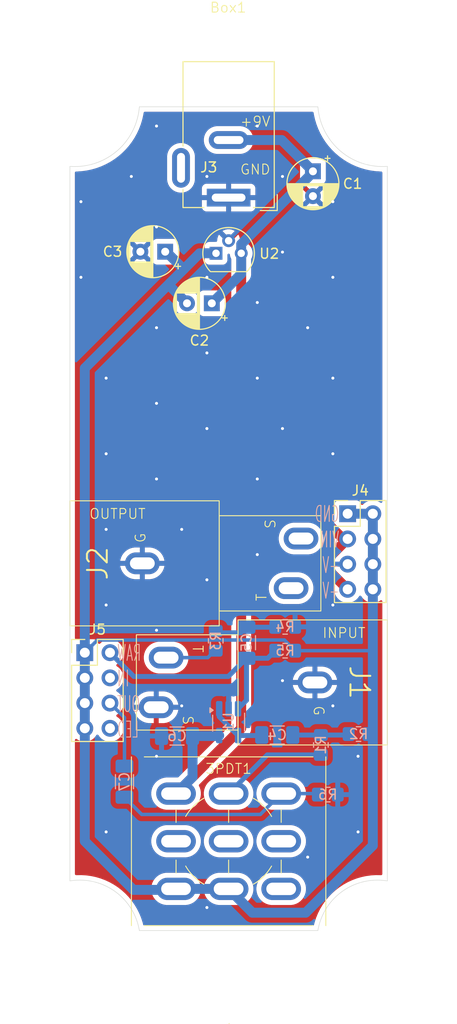
<source format=kicad_pcb>
(kicad_pcb (version 20240108) (generator "pcbnew") (generator_version "8.0")
  (layers (0 "F.Cu" jumper) (1 "In1.Cu" signal) (2 "In2.Cu" signal) (31 "B.Cu" signal) (34 "B.Paste" user) (35 "F.Paste" user) (36 "B.SilkS" user "B.Silkscreen") (37 "F.SilkS" user "F.Silkscreen") (38 "B.Mask" user) (39 "F.Mask" user) (44 "Edge.Cuts" user))
  (net 0 "")
  (net 1 "Net-(U1--)")
  (net 2 "Net-(C4-Pad2)")
  (net 3 "+V")
  (net 4 "-V")
  (net 5 "LED")
  (net 6 "Net-(J5-Pin_6)")
  (net 7 "GNDREF")
  (net 8 "IN^{RAW}")
  (net 9 "OUT^{RAW}")
  (net 10 "BUFFERED")
  (net 11 "IN^{EFF}")
  (net 12 "OUT^{EFF}")
  (net 13 "IN")
  (net 14 "Net-(C5-Pad1)")
  (footprint "Capacitor_THT:CP_Radial_D5.0mm_P2.50mm" (layer "F.Cu") (at 93.605113 72.6 180)
    (property "Reference" "C3" (at 5.305113 0 0) (layer "F.SilkS"))
    (property "Value" "10uF")
    (pad "1" thru_hole rect (at 0 0 180) (size 1.6 1.6) (drill 0.8) (layers "*.Cu" "*.Mask" "In3.Cu" "In4.Cu" "In5.Cu" "In6.Cu" "In7.Cu" "In8.Cu" "In9.Cu" "In10.Cu" "In11.Cu" "In12.Cu" "In13.Cu" "In14.Cu" "In15.Cu" "In16.Cu" "In17.Cu" "In18.Cu" "In19.Cu" "In20.Cu" "In21.Cu" "In22.Cu" "In23.Cu" "In24.Cu" "In25.Cu" "In26.Cu" "In27.Cu" "In28.Cu" "In29.Cu" "In30.Cu") (net 7 "GNDREF"))
    (pad "2" thru_hole circle (at 2.5 0 180) (size 1.6 1.6) (drill 0.8) (layers "*.Cu" "*.Mask" "In3.Cu" "In4.Cu" "In5.Cu" "In6.Cu" "In7.Cu" "In8.Cu" "In9.Cu" "In10.Cu" "In11.Cu" "In12.Cu" "In13.Cu" "In14.Cu" "In15.Cu" "In16.Cu" "In17.Cu" "In18.Cu" "In19.Cu" "In20.Cu" "In21.Cu" "In22.Cu" "In23.Cu" "In24.Cu" "In25.Cu" "In26.Cu" "In27.Cu" "In28.Cu" "In29.Cu" "In30.Cu") (net 4 "-V"))
  )
  (footprint "Connector_PinHeader_2.54mm:PinHeader_2x04_P2.54mm_Vertical" (layer "F.Cu") (at 112 99)
    (property "Reference" "J4" (at 1.27 -2.33 0) (layer "F.SilkS"))
    (property "Value" "Conn_02x04_Odd_Even")
    (pad "1" thru_hole rect (at 0 0) (size 1.7 1.7) (drill 1) (layers "*.Cu" "*.Mask" "In3.Cu" "In4.Cu" "In5.Cu" "In6.Cu" "In7.Cu" "In8.Cu" "In9.Cu" "In10.Cu" "In11.Cu" "In12.Cu" "In13.Cu" "In14.Cu" "In15.Cu" "In16.Cu" "In17.Cu" "In18.Cu" "In19.Cu" "In20.Cu" "In21.Cu" "In22.Cu" "In23.Cu" "In24.Cu" "In25.Cu" "In26.Cu" "In27.Cu" "In28.Cu" "In29.Cu" "In30.Cu") (net 7 "GNDREF"))
    (pad "2" thru_hole oval (at 2.54 0) (size 1.7 1.7) (drill 1) (layers "*.Cu" "*.Mask" "In3.Cu" "In4.Cu" "In5.Cu" "In6.Cu" "In7.Cu" "In8.Cu" "In9.Cu" "In10.Cu" "In11.Cu" "In12.Cu" "In13.Cu" "In14.Cu" "In15.Cu" "In16.Cu" "In17.Cu" "In18.Cu" "In19.Cu" "In20.Cu" "In21.Cu" "In22.Cu" "In23.Cu" "In24.Cu" "In25.Cu" "In26.Cu" "In27.Cu" "In28.Cu" "In29.Cu" "In30.Cu") (net 7 "GNDREF"))
    (pad "3" thru_hole oval (at 0 2.54) (size 1.7 1.7) (drill 1) (layers "*.Cu" "*.Mask" "In3.Cu" "In4.Cu" "In5.Cu" "In6.Cu" "In7.Cu" "In8.Cu" "In9.Cu" "In10.Cu" "In11.Cu" "In12.Cu" "In13.Cu" "In14.Cu" "In15.Cu" "In16.Cu" "In17.Cu" "In18.Cu" "In19.Cu" "In20.Cu" "In21.Cu" "In22.Cu" "In23.Cu" "In24.Cu" "In25.Cu" "In26.Cu" "In27.Cu" "In28.Cu" "In29.Cu" "In30.Cu") (net 3 "+V"))
    (pad "4" thru_hole oval (at 2.54 2.54) (size 1.7 1.7) (drill 1) (layers "*.Cu" "*.Mask" "In3.Cu" "In4.Cu" "In5.Cu" "In6.Cu" "In7.Cu" "In8.Cu" "In9.Cu" "In10.Cu" "In11.Cu" "In12.Cu" "In13.Cu" "In14.Cu" "In15.Cu" "In16.Cu" "In17.Cu" "In18.Cu" "In19.Cu" "In20.Cu" "In21.Cu" "In22.Cu" "In23.Cu" "In24.Cu" "In25.Cu" "In26.Cu" "In27.Cu" "In28.Cu" "In29.Cu" "In30.Cu") (net 7 "GNDREF"))
    (pad "5" thru_hole oval (at 0 5.08) (size 1.7 1.7) (drill 1) (layers "*.Cu" "*.Mask" "In3.Cu" "In4.Cu" "In5.Cu" "In6.Cu" "In7.Cu" "In8.Cu" "In9.Cu" "In10.Cu" "In11.Cu" "In12.Cu" "In13.Cu" "In14.Cu" "In15.Cu" "In16.Cu" "In17.Cu" "In18.Cu" "In19.Cu" "In20.Cu" "In21.Cu" "In22.Cu" "In23.Cu" "In24.Cu" "In25.Cu" "In26.Cu" "In27.Cu" "In28.Cu" "In29.Cu" "In30.Cu") (net 4 "-V"))
    (pad "6" thru_hole oval (at 2.54 5.08) (size 1.7 1.7) (drill 1) (layers "*.Cu" "*.Mask" "In3.Cu" "In4.Cu" "In5.Cu" "In6.Cu" "In7.Cu" "In8.Cu" "In9.Cu" "In10.Cu" "In11.Cu" "In12.Cu" "In13.Cu" "In14.Cu" "In15.Cu" "In16.Cu" "In17.Cu" "In18.Cu" "In19.Cu" "In20.Cu" "In21.Cu" "In22.Cu" "In23.Cu" "In24.Cu" "In25.Cu" "In26.Cu" "In27.Cu" "In28.Cu" "In29.Cu" "In30.Cu") (net 7 "GNDREF"))
    (pad "7" thru_hole oval (at 0 7.62) (size 1.7 1.7) (drill 1) (layers "*.Cu" "*.Mask" "In3.Cu" "In4.Cu" "In5.Cu" "In6.Cu" "In7.Cu" "In8.Cu" "In9.Cu" "In10.Cu" "In11.Cu" "In12.Cu" "In13.Cu" "In14.Cu" "In15.Cu" "In16.Cu" "In17.Cu" "In18.Cu" "In19.Cu" "In20.Cu" "In21.Cu" "In22.Cu" "In23.Cu" "In24.Cu" "In25.Cu" "In26.Cu" "In27.Cu" "In28.Cu" "In29.Cu" "In30.Cu") (net 3 "+V"))
    (pad "8" thru_hole oval (at 2.54 7.62) (size 1.7 1.7) (drill 1) (layers "*.Cu" "*.Mask" "In3.Cu" "In4.Cu" "In5.Cu" "In6.Cu" "In7.Cu" "In8.Cu" "In9.Cu" "In10.Cu" "In11.Cu" "In12.Cu" "In13.Cu" "In14.Cu" "In15.Cu" "In16.Cu" "In17.Cu" "In18.Cu" "In19.Cu" "In20.Cu" "In21.Cu" "In22.Cu" "In23.Cu" "In24.Cu" "In25.Cu" "In26.Cu" "In27.Cu" "In28.Cu" "In29.Cu" "In30.Cu") (net 7 "GNDREF"))
  )
  (footprint "Package_TO_SOT_THT:TO-92" (layer "F.Cu") (at 98.73 72.76)
    (property "Reference" "U2" (at 5.37 0.04 0) (layer "F.SilkS"))
    (property "Value" "TLE2426xLP")
    (pad "1" thru_hole rect (at 0 0) (size 1.3 1.3) (drill 0.75) (layers "*.Cu" "*.Mask" "In3.Cu" "In4.Cu" "In5.Cu" "In6.Cu" "In7.Cu" "In8.Cu" "In9.Cu" "In10.Cu" "In11.Cu" "In12.Cu" "In13.Cu" "In14.Cu" "In15.Cu" "In16.Cu" "In17.Cu" "In18.Cu" "In19.Cu" "In20.Cu" "In21.Cu" "In22.Cu" "In23.Cu" "In24.Cu" "In25.Cu" "In26.Cu" "In27.Cu" "In28.Cu" "In29.Cu" "In30.Cu") (net 7 "GNDREF"))
    (pad "2" thru_hole circle (at 1.27 -1.27) (size 1.3 1.3) (drill 0.75) (layers "*.Cu" "*.Mask" "In3.Cu" "In4.Cu" "In5.Cu" "In6.Cu" "In7.Cu" "In8.Cu" "In9.Cu" "In10.Cu" "In11.Cu" "In12.Cu" "In13.Cu" "In14.Cu" "In15.Cu" "In16.Cu" "In17.Cu" "In18.Cu" "In19.Cu" "In20.Cu" "In21.Cu" "In22.Cu" "In23.Cu" "In24.Cu" "In25.Cu" "In26.Cu" "In27.Cu" "In28.Cu" "In29.Cu" "In30.Cu") (net 4 "-V"))
    (pad "3" thru_hole circle (at 2.54 0) (size 1.3 1.3) (drill 0.75) (layers "*.Cu" "*.Mask" "In3.Cu" "In4.Cu" "In5.Cu" "In6.Cu" "In7.Cu" "In8.Cu" "In9.Cu" "In10.Cu" "In11.Cu" "In12.Cu" "In13.Cu" "In14.Cu" "In15.Cu" "In16.Cu" "In17.Cu" "In18.Cu" "In19.Cu" "In20.Cu" "In21.Cu" "In22.Cu" "In23.Cu" "In24.Cu" "In25.Cu" "In26.Cu" "In27.Cu" "In28.Cu" "In29.Cu" "In30.Cu") (net 3 "+V"))
  )
  (footprint "Capacitor_THT:CP_Radial_D5.0mm_P2.50mm" (layer "F.Cu") (at 98.305113 77.8 180)
    (property "Reference" "C2" (at 1.25 -3.75 0) (layer "F.SilkS"))
    (property "Value" "10uF")
    (pad "1" thru_hole rect (at 0 0 180) (size 1.6 1.6) (drill 0.8) (layers "*.Cu" "*.Mask" "In3.Cu" "In4.Cu" "In5.Cu" "In6.Cu" "In7.Cu" "In8.Cu" "In9.Cu" "In10.Cu" "In11.Cu" "In12.Cu" "In13.Cu" "In14.Cu" "In15.Cu" "In16.Cu" "In17.Cu" "In18.Cu" "In19.Cu" "In20.Cu" "In21.Cu" "In22.Cu" "In23.Cu" "In24.Cu" "In25.Cu" "In26.Cu" "In27.Cu" "In28.Cu" "In29.Cu" "In30.Cu") (net 3 "+V"))
    (pad "2" thru_hole circle (at 2.5 0 180) (size 1.6 1.6) (drill 0.8) (layers "*.Cu" "*.Mask" "In3.Cu" "In4.Cu" "In5.Cu" "In6.Cu" "In7.Cu" "In8.Cu" "In9.Cu" "In10.Cu" "In11.Cu" "In12.Cu" "In13.Cu" "In14.Cu" "In15.Cu" "In16.Cu" "In17.Cu" "In18.Cu" "In19.Cu" "In20.Cu" "In21.Cu" "In22.Cu" "In23.Cu" "In24.Cu" "In25.Cu" "In26.Cu" "In27.Cu" "In28.Cu" "In29.Cu" "In30.Cu") (net 7 "GNDREF"))
  )
  (footprint "Mylib:1590A" (layer "F.Cu") (at 100 100)
    (property "Reference" "Box1" (at -0.05 -52 0) (layer "F.SilkS") (effects (font (thickness 0.1))))
    (property "Value" "1590A")
  )
  (footprint "Capacitor_THT:CP_Radial_D5.0mm_P2.50mm" (layer "F.Cu") (at 108.5 64.5 -90)
    (property "Reference" "C1" (at 1.25 -4 180) (layer "F.SilkS"))
    (property "Value" "47uF")
    (pad "1" thru_hole rect (at 0 0 270) (size 1.6 1.6) (drill 0.8) (layers "*.Cu" "*.Mask" "In3.Cu" "In4.Cu" "In5.Cu" "In6.Cu" "In7.Cu" "In8.Cu" "In9.Cu" "In10.Cu" "In11.Cu" "In12.Cu" "In13.Cu" "In14.Cu" "In15.Cu" "In16.Cu" "In17.Cu" "In18.Cu" "In19.Cu" "In20.Cu" "In21.Cu" "In22.Cu" "In23.Cu" "In24.Cu" "In25.Cu" "In26.Cu" "In27.Cu" "In28.Cu" "In29.Cu" "In30.Cu") (net 3 "+V"))
    (pad "2" thru_hole circle (at 2.5 0 270) (size 1.6 1.6) (drill 0.8) (layers "*.Cu" "*.Mask" "In3.Cu" "In4.Cu" "In5.Cu" "In6.Cu" "In7.Cu" "In8.Cu" "In9.Cu" "In10.Cu" "In11.Cu" "In12.Cu" "In13.Cu" "In14.Cu" "In15.Cu" "In16.Cu" "In17.Cu" "In18.Cu" "In19.Cu" "In20.Cu" "In21.Cu" "In22.Cu" "In23.Cu" "In24.Cu" "In25.Cu" "In26.Cu" "In27.Cu" "In28.Cu" "In29.Cu" "In30.Cu") (net 4 "-V"))
  )
  (footprint "Mylib:3PDT-Stomp-Switch" (layer "F.Cu") (at 100 132)
    (property "Reference" "3PDT1" (at 0 -7.3 0) (layer "F.SilkS") (effects (font (thickness 0.1))))
    (property "Value" "3PDT")
    (pad "1" thru_hole oval (at -5.3 -4.8) (size 4 2.25) (drill oval 3 1.25) (layers "*.Cu" "*.Mask" "In3.Cu" "In4.Cu" "In5.Cu" "In6.Cu" "In7.Cu" "In8.Cu" "In9.Cu" "In10.Cu" "In11.Cu" "In12.Cu" "In13.Cu" "In14.Cu" "In15.Cu" "In16.Cu" "In17.Cu" "In18.Cu" "In19.Cu" "In20.Cu" "In21.Cu" "In22.Cu" "In23.Cu" "In24.Cu" "In25.Cu" "In26.Cu" "In27.Cu" "In28.Cu" "In29.Cu" "In30.Cu") (net 3 "+V"))
    (pad "2" thru_hole oval (at -5.3 0) (size 4 2.25) (drill oval 3 1.25) (layers "*.Cu" "*.Mask" "In3.Cu" "In4.Cu" "In5.Cu" "In6.Cu" "In7.Cu" "In8.Cu" "In9.Cu" "In10.Cu" "In11.Cu" "In12.Cu" "In13.Cu" "In14.Cu" "In15.Cu" "In16.Cu" "In17.Cu" "In18.Cu" "In19.Cu" "In20.Cu" "In21.Cu" "In22.Cu" "In23.Cu" "In24.Cu" "In25.Cu" "In26.Cu" "In27.Cu" "In28.Cu" "In29.Cu" "In30.Cu") (net 5 "LED"))
    (pad "3" thru_hole oval (at -5.3 4.8) (size 4 2.25) (drill oval 3 1.25) (layers "*.Cu" "*.Mask" "In3.Cu" "In4.Cu" "In5.Cu" "In6.Cu" "In7.Cu" "In8.Cu" "In9.Cu" "In10.Cu" "In11.Cu" "In12.Cu" "In13.Cu" "In14.Cu" "In15.Cu" "In16.Cu" "In17.Cu" "In18.Cu" "In19.Cu" "In20.Cu" "In21.Cu" "In22.Cu" "In23.Cu" "In24.Cu" "In25.Cu" "In26.Cu" "In27.Cu" "In28.Cu" "In29.Cu" "In30.Cu") (net 7 "GNDREF"))
    (pad "4" thru_hole oval (at 0 -4.8) (size 4 2.25) (drill oval 3 1.25) (layers "*.Cu" "*.Mask" "In3.Cu" "In4.Cu" "In5.Cu" "In6.Cu" "In7.Cu" "In8.Cu" "In9.Cu" "In10.Cu" "In11.Cu" "In12.Cu" "In13.Cu" "In14.Cu" "In15.Cu" "In16.Cu" "In17.Cu" "In18.Cu" "In19.Cu" "In20.Cu" "In21.Cu" "In22.Cu" "In23.Cu" "In24.Cu" "In25.Cu" "In26.Cu" "In27.Cu" "In28.Cu" "In29.Cu" "In30.Cu") (net 10 "BUFFERED"))
    (pad "5" thru_hole oval (at 0 0) (size 4 2.25) (drill oval 3 1.25) (layers "*.Cu" "*.Mask" "In3.Cu" "In4.Cu" "In5.Cu" "In6.Cu" "In7.Cu" "In8.Cu" "In9.Cu" "In10.Cu" "In11.Cu" "In12.Cu" "In13.Cu" "In14.Cu" "In15.Cu" "In16.Cu" "In17.Cu" "In18.Cu" "In19.Cu" "In20.Cu" "In21.Cu" "In22.Cu" "In23.Cu" "In24.Cu" "In25.Cu" "In26.Cu" "In27.Cu" "In28.Cu" "In29.Cu" "In30.Cu") (net 11 "IN^{EFF}"))
    (pad "6" thru_hole oval (at 0 4.8) (size 4 2.25) (drill oval 3 1.25) (layers "*.Cu" "*.Mask" "In3.Cu" "In4.Cu" "In5.Cu" "In6.Cu" "In7.Cu" "In8.Cu" "In9.Cu" "In10.Cu" "In11.Cu" "In12.Cu" "In13.Cu" "In14.Cu" "In15.Cu" "In16.Cu" "In17.Cu" "In18.Cu" "In19.Cu" "In20.Cu" "In21.Cu" "In22.Cu" "In23.Cu" "In24.Cu" "In25.Cu" "In26.Cu" "In27.Cu" "In28.Cu" "In29.Cu" "In30.Cu") (net 7 "GNDREF"))
    (pad "7" thru_hole oval (at 5.3 -4.8) (size 4 2.25) (drill oval 3 1.25) (layers "*.Cu" "*.Mask" "In3.Cu" "In4.Cu" "In5.Cu" "In6.Cu" "In7.Cu" "In8.Cu" "In9.Cu" "In10.Cu" "In11.Cu" "In12.Cu" "In13.Cu" "In14.Cu" "In15.Cu" "In16.Cu" "In17.Cu" "In18.Cu" "In19.Cu" "In20.Cu" "In21.Cu" "In22.Cu" "In23.Cu" "In24.Cu" "In25.Cu" "In26.Cu" "In27.Cu" "In28.Cu" "In29.Cu" "In30.Cu") (net 12 "OUT^{EFF}"))
    (pad "8" thru_hole oval (at 5.3 0) (size 4 2.25) (drill oval 3 1.25) (layers "*.Cu" "*.Mask" "In3.Cu" "In4.Cu" "In5.Cu" "In6.Cu" "In7.Cu" "In8.Cu" "In9.Cu" "In10.Cu" "In11.Cu" "In12.Cu" "In13.Cu" "In14.Cu" "In15.Cu" "In16.Cu" "In17.Cu" "In18.Cu" "In19.Cu" "In20.Cu" "In21.Cu" "In22.Cu" "In23.Cu" "In24.Cu" "In25.Cu" "In26.Cu" "In27.Cu" "In28.Cu" "In29.Cu" "In30.Cu") (net 9 "OUT^{RAW}"))
    (pad "9" thru_hole oval (at 5.3 4.8) (size 4 2.25) (drill oval 3 1.25) (layers "*.Cu" "*.Mask" "In3.Cu" "In4.Cu" "In5.Cu" "In6.Cu" "In7.Cu" "In8.Cu" "In9.Cu" "In10.Cu" "In11.Cu" "In12.Cu" "In13.Cu" "In14.Cu" "In15.Cu" "In16.Cu" "In17.Cu" "In18.Cu" "In19.Cu" "In20.Cu" "In21.Cu" "In22.Cu" "In23.Cu" "In24.Cu" "In25.Cu" "In26.Cu" "In27.Cu" "In28.Cu" "In29.Cu" "In30.Cu") (net 8 "IN^{RAW}"))
  )
  (footprint "Connector_PinHeader_2.54mm:PinHeader_2x04_P2.54mm_Vertical" (layer "F.Cu") (at 85.5 113)
    (property "Reference" "J5" (at 1.27 -2.33 0) (layer "F.SilkS"))
    (property "Value" "Conn_02x04_Odd_Even")
    (pad "1" thru_hole rect (at 0 0) (size 1.7 1.7) (drill 1) (layers "*.Cu" "*.Mask" "In3.Cu" "In4.Cu" "In5.Cu" "In6.Cu" "In7.Cu" "In8.Cu" "In9.Cu" "In10.Cu" "In11.Cu" "In12.Cu" "In13.Cu" "In14.Cu" "In15.Cu" "In16.Cu" "In17.Cu" "In18.Cu" "In19.Cu" "In20.Cu" "In21.Cu" "In22.Cu" "In23.Cu" "In24.Cu" "In25.Cu" "In26.Cu" "In27.Cu" "In28.Cu" "In29.Cu" "In30.Cu") (net 7 "GNDREF"))
    (pad "2" thru_hole oval (at 2.54 0) (size 1.7 1.7) (drill 1) (layers "*.Cu" "*.Mask" "In3.Cu" "In4.Cu" "In5.Cu" "In6.Cu" "In7.Cu" "In8.Cu" "In9.Cu" "In10.Cu" "In11.Cu" "In12.Cu" "In13.Cu" "In14.Cu" "In15.Cu" "In16.Cu" "In17.Cu" "In18.Cu" "In19.Cu" "In20.Cu" "In21.Cu" "In22.Cu" "In23.Cu" "In24.Cu" "In25.Cu" "In26.Cu" "In27.Cu" "In28.Cu" "In29.Cu" "In30.Cu") (net 13 "IN"))
    (pad "3" thru_hole oval (at 0 2.54) (size 1.7 1.7) (drill 1) (layers "*.Cu" "*.Mask" "In3.Cu" "In4.Cu" "In5.Cu" "In6.Cu" "In7.Cu" "In8.Cu" "In9.Cu" "In10.Cu" "In11.Cu" "In12.Cu" "In13.Cu" "In14.Cu" "In15.Cu" "In16.Cu" "In17.Cu" "In18.Cu" "In19.Cu" "In20.Cu" "In21.Cu" "In22.Cu" "In23.Cu" "In24.Cu" "In25.Cu" "In26.Cu" "In27.Cu" "In28.Cu" "In29.Cu" "In30.Cu") (net 7 "GNDREF"))
    (pad "4" thru_hole oval (at 2.54 2.54) (size 1.7 1.7) (drill 1) (layers "*.Cu" "*.Mask" "In3.Cu" "In4.Cu" "In5.Cu" "In6.Cu" "In7.Cu" "In8.Cu" "In9.Cu" "In10.Cu" "In11.Cu" "In12.Cu" "In13.Cu" "In14.Cu" "In15.Cu" "In16.Cu" "In17.Cu" "In18.Cu" "In19.Cu" "In20.Cu" "In21.Cu" "In22.Cu" "In23.Cu" "In24.Cu" "In25.Cu" "In26.Cu" "In27.Cu" "In28.Cu" "In29.Cu" "In30.Cu") (net 11 "IN^{EFF}"))
    (pad "5" thru_hole oval (at 0 5.08) (size 1.7 1.7) (drill 1) (layers "*.Cu" "*.Mask" "In3.Cu" "In4.Cu" "In5.Cu" "In6.Cu" "In7.Cu" "In8.Cu" "In9.Cu" "In10.Cu" "In11.Cu" "In12.Cu" "In13.Cu" "In14.Cu" "In15.Cu" "In16.Cu" "In17.Cu" "In18.Cu" "In19.Cu" "In20.Cu" "In21.Cu" "In22.Cu" "In23.Cu" "In24.Cu" "In25.Cu" "In26.Cu" "In27.Cu" "In28.Cu" "In29.Cu" "In30.Cu") (net 7 "GNDREF"))
    (pad "6" thru_hole oval (at 2.54 5.08) (size 1.7 1.7) (drill 1) (layers "*.Cu" "*.Mask" "In3.Cu" "In4.Cu" "In5.Cu" "In6.Cu" "In7.Cu" "In8.Cu" "In9.Cu" "In10.Cu" "In11.Cu" "In12.Cu" "In13.Cu" "In14.Cu" "In15.Cu" "In16.Cu" "In17.Cu" "In18.Cu" "In19.Cu" "In20.Cu" "In21.Cu" "In22.Cu" "In23.Cu" "In24.Cu" "In25.Cu" "In26.Cu" "In27.Cu" "In28.Cu" "In29.Cu" "In30.Cu") (net 6 "Net-(J5-Pin_6)"))
    (pad "7" thru_hole oval (at 0 7.62) (size 1.7 1.7) (drill 1) (layers "*.Cu" "*.Mask" "In3.Cu" "In4.Cu" "In5.Cu" "In6.Cu" "In7.Cu" "In8.Cu" "In9.Cu" "In10.Cu" "In11.Cu" "In12.Cu" "In13.Cu" "In14.Cu" "In15.Cu" "In16.Cu" "In17.Cu" "In18.Cu" "In19.Cu" "In20.Cu" "In21.Cu" "In22.Cu" "In23.Cu" "In24.Cu" "In25.Cu" "In26.Cu" "In27.Cu" "In28.Cu" "In29.Cu" "In30.Cu") (net 7 "GNDREF"))
    (pad "8" thru_hole oval (at 2.54 7.62) (size 1.7 1.7) (drill 1) (layers "*.Cu" "*.Mask" "In3.Cu" "In4.Cu" "In5.Cu" "In6.Cu" "In7.Cu" "In8.Cu" "In9.Cu" "In10.Cu" "In11.Cu" "In12.Cu" "In13.Cu" "In14.Cu" "In15.Cu" "In16.Cu" "In17.Cu" "In18.Cu" "In19.Cu" "In20.Cu" "In21.Cu" "In22.Cu" "In23.Cu" "In24.Cu" "In25.Cu" "In26.Cu" "In27.Cu" "In28.Cu" "In29.Cu" "In30.Cu") (net 5 "LED"))
  )
  (footprint "Mylib:CK-6.35" (layer "F.Cu") (at 103.2 116 180)
    (property "Reference" "J1" (at -10 0 -90) (layer "F.SilkS") (effects (font (size 2 2) (thickness 0.2))))
    (property "Value" "AudioJack2_Ground")
    (fp_text user "G" (at -5.3 -2.275 -90) (layer "F.SilkS") (effects (font (thickness 0.1)) (justify left bottom)))
    (fp_text user "T" (at 6.9 3.825 -90) (layer "F.SilkS") (effects (font (thickness 0.1)) (justify left bottom)))
    (fp_text user "S" (at 7.9 -3.275 -90) (layer "F.SilkS") (effects (font (thickness 0.1)) (justify left bottom)))
    (pad "G" thru_hole oval (at -5.5 0 180) (size 3.5 2.2) (drill oval 2.5 1.2) (layers "*.Cu" "*.Mask" "In3.Cu" "In4.Cu" "In5.Cu" "In6.Cu" "In7.Cu" "In8.Cu" "In9.Cu" "In10.Cu" "In11.Cu" "In12.Cu" "In13.Cu" "In14.Cu" "In15.Cu" "In16.Cu" "In17.Cu" "In18.Cu" "In19.Cu" "In20.Cu" "In21.Cu" "In22.Cu" "In23.Cu" "In24.Cu" "In25.Cu" "In26.Cu" "In27.Cu" "In28.Cu" "In29.Cu" "In30.Cu") (net 4 "-V"))
    (pad "S" thru_hole oval (at 10.5 -2.5 180) (size 3.5 2.2) (drill oval 2.5 1.2) (layers "*.Cu" "*.Mask" "In3.Cu" "In4.Cu" "In5.Cu" "In6.Cu" "In7.Cu" "In8.Cu" "In9.Cu" "In10.Cu" "In11.Cu" "In12.Cu" "In13.Cu" "In14.Cu" "In15.Cu" "In16.Cu" "In17.Cu" "In18.Cu" "In19.Cu" "In20.Cu" "In21.Cu" "In22.Cu" "In23.Cu" "In24.Cu" "In25.Cu" "In26.Cu" "In27.Cu" "In28.Cu" "In29.Cu" "In30.Cu") (net 4 "-V"))
    (pad "T" thru_hole oval (at 9.5 2.5 180) (size 3.5 2.2) (drill oval 2.5 1.2) (layers "*.Cu" "*.Mask" "In3.Cu" "In4.Cu" "In5.Cu" "In6.Cu" "In7.Cu" "In8.Cu" "In9.Cu" "In10.Cu" "In11.Cu" "In12.Cu" "In13.Cu" "In14.Cu" "In15.Cu" "In16.Cu" "In17.Cu" "In18.Cu" "In19.Cu" "In20.Cu" "In21.Cu" "In22.Cu" "In23.Cu" "In24.Cu" "In25.Cu" "In26.Cu" "In27.Cu" "In28.Cu" "In29.Cu" "In30.Cu") (net 8 "IN^{RAW}"))
  )
  (footprint "Connector_BarrelJack:BarrelJack_Wuerth_6941xx301002" (layer "F.Cu") (at 100 67.15 180)
    (property "Reference" "J3" (at 2 3.05 0) (layer "F.SilkS"))
    (property "Value" "Barrel_Jack_Switch")
    (pad "1" thru_hole rect (at 0 0 180) (size 4.4 1.8) (drill oval 3.4 0.8) (layers "*.Cu" "*.Mask" "In3.Cu" "In4.Cu" "In5.Cu" "In6.Cu" "In7.Cu" "In8.Cu" "In9.Cu" "In10.Cu" "In11.Cu" "In12.Cu" "In13.Cu" "In14.Cu" "In15.Cu" "In16.Cu" "In17.Cu" "In18.Cu" "In19.Cu" "In20.Cu" "In21.Cu" "In22.Cu" "In23.Cu" "In24.Cu" "In25.Cu" "In26.Cu" "In27.Cu" "In28.Cu" "In29.Cu" "In30.Cu") (net 4 "-V"))
    (pad "2" thru_hole oval (at 0 5.8 180) (size 4 1.8) (drill oval 3 0.8) (layers "*.Cu" "*.Mask" "In3.Cu" "In4.Cu" "In5.Cu" "In6.Cu" "In7.Cu" "In8.Cu" "In9.Cu" "In10.Cu" "In11.Cu" "In12.Cu" "In13.Cu" "In14.Cu" "In15.Cu" "In16.Cu" "In17.Cu" "In18.Cu" "In19.Cu" "In20.Cu" "In21.Cu" "In22.Cu" "In23.Cu" "In24.Cu" "In25.Cu" "In26.Cu" "In27.Cu" "In28.Cu" "In29.Cu" "In30.Cu") (net 3 "+V"))
    (pad "3" thru_hole oval (at 4.8 3 270) (size 4 1.8) (drill oval 3 0.8) (layers "*.Cu" "*.Mask" "In3.Cu" "In4.Cu" "In5.Cu" "In6.Cu" "In7.Cu" "In8.Cu" "In9.Cu" "In10.Cu" "In11.Cu" "In12.Cu" "In13.Cu" "In14.Cu" "In15.Cu" "In16.Cu" "In17.Cu" "In18.Cu" "In19.Cu" "In20.Cu" "In21.Cu" "In22.Cu" "In23.Cu" "In24.Cu" "In25.Cu" "In26.Cu" "In27.Cu" "In28.Cu" "In29.Cu" "In30.Cu"))
  )
  (footprint "Mylib:CK-6.35" (layer "F.Cu") (at 96.8 104)
    (property "Reference" "J2" (at -10 0 90) (layer "F.SilkS") (effects (font (size 2 2) (thickness 0.2))))
    (property "Value" "AudioJack2_Ground")
    (fp_text user "G" (at -5.1 -2 90) (layer "F.SilkS") (effects (font (thickness 0.1)) (justify left bottom)))
    (fp_text user "S" (at 8 -3.425 90) (layer "F.SilkS") (effects (font (thickness 0.1)) (justify left bottom)))
    (fp_text user "T" (at 7.1 3.875 90) (layer "F.SilkS") (effects (font (thickness 0.1)) (justify left bottom)))
    (pad "G" thru_hole oval (at -5.5 0) (size 3.5 2.2) (drill oval 2.5 1.2) (layers "*.Cu" "*.Mask" "In3.Cu" "In4.Cu" "In5.Cu" "In6.Cu" "In7.Cu" "In8.Cu" "In9.Cu" "In10.Cu" "In11.Cu" "In12.Cu" "In13.Cu" "In14.Cu" "In15.Cu" "In16.Cu" "In17.Cu" "In18.Cu" "In19.Cu" "In20.Cu" "In21.Cu" "In22.Cu" "In23.Cu" "In24.Cu" "In25.Cu" "In26.Cu" "In27.Cu" "In28.Cu" "In29.Cu" "In30.Cu") (net 4 "-V"))
    (pad "S" thru_hole oval (at 10.5 -2.5) (size 3.5 2.2) (drill oval 2.5 1.2) (layers "*.Cu" "*.Mask" "In3.Cu" "In4.Cu" "In5.Cu" "In6.Cu" "In7.Cu" "In8.Cu" "In9.Cu" "In10.Cu" "In11.Cu" "In12.Cu" "In13.Cu" "In14.Cu" "In15.Cu" "In16.Cu" "In17.Cu" "In18.Cu" "In19.Cu" "In20.Cu" "In21.Cu" "In22.Cu" "In23.Cu" "In24.Cu" "In25.Cu" "In26.Cu" "In27.Cu" "In28.Cu" "In29.Cu" "In30.Cu"))
    (pad "T" thru_hole oval (at 9.5 2.5) (size 3.5 2.2) (drill oval 2.5 1.2) (layers "*.Cu" "*.Mask" "In3.Cu" "In4.Cu" "In5.Cu" "In6.Cu" "In7.Cu" "In8.Cu" "In9.Cu" "In10.Cu" "In11.Cu" "In12.Cu" "In13.Cu" "In14.Cu" "In15.Cu" "In16.Cu" "In17.Cu" "In18.Cu" "In19.Cu" "In20.Cu" "In21.Cu" "In22.Cu" "In23.Cu" "In24.Cu" "In25.Cu" "In26.Cu" "In27.Cu" "In28.Cu" "In29.Cu" "In30.Cu") (net 9 "OUT^{RAW}"))
  )
  (footprint "Capacitor_SMD:C_1206_3216Metric_Pad1.33x1.80mm_HandSolder" (layer "B.Cu") (at 104.9 121.3)
    (property "Reference" "C4" (at 0 0 0) (layer "B.SilkS") (effects (justify mirror)))
    (property "Value" "1uF")
    (pad "1" smd roundrect (at -1.5625 0) (size 1.325 1.8) (layers "B.Cu" "B.Paste" "B.Mask") (roundrect_rratio 0.188679) (net 1 "Net-(U1--)"))
    (pad "2" smd roundrect (at 1.5625 0) (size 1.325 1.8) (layers "B.Cu" "B.Paste" "B.Mask") (roundrect_rratio 0.188679) (net 2 "Net-(C4-Pad2)"))
  )
  (footprint "Capacitor_SMD:C_1206_3216Metric_Pad1.33x1.80mm_HandSolder" (layer "B.Cu") (at 101.8 112 -90)
    (property "Reference" "C5" (at 0 0 90) (layer "B.SilkS") (effects (justify mirror)))
    (property "Value" "0.1uF" (hide yes))
    (pad "1" smd roundrect (at -1.5625 0 270) (size 1.325 1.8) (layers "B.Cu" "B.Paste" "B.Mask") (roundrect_rratio 0.188679) (net 14 "Net-(C5-Pad1)"))
    (pad "2" smd roundrect (at 1.5625 0 270) (size 1.325 1.8) (layers "B.Cu" "B.Paste" "B.Mask") (roundrect_rratio 0.188679) (net 13 "IN"))
  )
  (footprint "Resistor_SMD:R_0805_2012Metric_Pad1.20x1.40mm_HandSolder" (layer "B.Cu") (at 113.1 121.2)
    (property "Reference" "R2" (at 0 0 0) (layer "B.SilkS") (effects (justify mirror)))
    (property "Value" "470k")
    (pad "1" smd roundrect (at -1 0) (size 1.2 1.4) (layers "B.Cu" "B.Paste" "B.Mask") (roundrect_rratio 0.208333) (net 2 "Net-(C4-Pad2)"))
    (pad "2" smd roundrect (at 1 0) (size 1.2 1.4) (layers "B.Cu" "B.Paste" "B.Mask") (roundrect_rratio 0.208333) (net 7 "GNDREF"))
  )
  (footprint "Resistor_SMD:R_0805_2012Metric_Pad1.20x1.40mm_HandSolder" (layer "B.Cu") (at 98.7 111.8 90)
    (property "Reference" "R3" (at 0 0 90) (layer "B.SilkS") (effects (justify mirror)))
    (property "Value" "10k" (hide yes))
    (pad "1" smd roundrect (at -1 0 90) (size 1.2 1.4) (layers "B.Cu" "B.Paste" "B.Mask") (roundrect_rratio 0.208333) (net 8 "IN^{RAW}"))
    (pad "2" smd roundrect (at 1 0 90) (size 1.2 1.4) (layers "B.Cu" "B.Paste" "B.Mask") (roundrect_rratio 0.208333) (net 14 "Net-(C5-Pad1)"))
  )
  (footprint "Resistor_SMD:R_0805_2012Metric_Pad1.20x1.40mm_HandSolder" (layer "B.Cu") (at 105.7 112.8)
    (property "Reference" "R5" (at 0 0 0) (layer "B.SilkS") (effects (justify mirror)))
    (property "Value" "470k" (hide yes))
    (pad "1" smd roundrect (at -1 0) (size 1.2 1.4) (layers "B.Cu" "B.Paste" "B.Mask") (roundrect_rratio 0.208333) (net 13 "IN"))
    (pad "2" smd roundrect (at 1 0) (size 1.2 1.4) (layers "B.Cu" "B.Paste" "B.Mask") (roundrect_rratio 0.208333) (net 7 "GNDREF"))
  )
  (footprint "Resistor_SMD:R_0805_2012Metric_Pad1.20x1.40mm_HandSolder" (layer "B.Cu") (at 109.3 122.3 -90)
    (property "Reference" "R1" (at 0 0 90) (layer "B.SilkS") (effects (justify mirror)))
    (property "Value" "10k")
    (pad "1" smd roundrect (at -1 0 270) (size 1.2 1.4) (layers "B.Cu" "B.Paste" "B.Mask") (roundrect_rratio 0.208333) (net 2 "Net-(C4-Pad2)"))
    (pad "2" smd roundrect (at 1 0 270) (size 1.2 1.4) (layers "B.Cu" "B.Paste" "B.Mask") (roundrect_rratio 0.208333) (net 10 "BUFFERED"))
  )
  (footprint "Resistor_SMD:R_0805_2012Metric_Pad1.20x1.40mm_HandSolder" (layer "B.Cu") (at 105.7 110.4)
    (property "Reference" "R4" (at 0 0 0) (layer "B.SilkS") (effects (justify mirror)))
    (property "Value" "1M0" (hide yes))
    (pad "1" smd roundrect (at -1 0) (size 1.2 1.4) (layers "B.Cu" "B.Paste" "B.Mask") (roundrect_rratio 0.208333) (net 14 "Net-(C5-Pad1)"))
    (pad "2" smd roundrect (at 1 0) (size 1.2 1.4) (layers "B.Cu" "B.Paste" "B.Mask") (roundrect_rratio 0.208333) (net 4 "-V"))
  )
  (footprint "Package_TO_SOT_SMD:SOT-23-5_HandSoldering" (layer "B.Cu") (at 100 120 -90)
    (property "Reference" "U1" (at 0 0 90) (layer "B.SilkS") (effects (justify mirror)))
    (property "Value" "OPA1655" (hide yes))
    (pad "1" smd roundrect (at -1.35 0.95 270) (size 1.56 0.65) (layers "B.Cu" "B.Paste" "B.Mask") (net 1 "Net-(U1--)"))
    (pad "2" smd roundrect (at -1.35 0 270) (size 1.56 0.65) (layers "B.Cu" "B.Paste" "B.Mask") (net 4 "-V"))
    (pad "3" smd roundrect (at -1.35 -0.95 270) (size 1.56 0.65) (layers "B.Cu" "B.Paste" "B.Mask") (net 13 "IN"))
    (pad "4" smd roundrect (at 1.35 -0.95 270) (size 1.56 0.65) (layers "B.Cu" "B.Paste" "B.Mask") (net 1 "Net-(U1--)"))
    (pad "5" smd roundrect (at 1.35 0.95 270) (size 1.56 0.65) (layers "B.Cu" "B.Paste" "B.Mask") (net 3 "+V"))
  )
  (footprint "Capacitor_SMD:C_1206_3216Metric_Pad1.33x1.80mm_HandSolder" (layer "B.Cu") (at 89.5 126 -90)
    (property "Reference" "C7" (at 0 0 90) (layer "B.SilkS") (effects (justify mirror)))
    (property "Value" "0.1uF")
    (pad "1" smd roundrect (at -1.5625 0 270) (size 1.325 1.8) (layers "B.Cu" "B.Paste" "B.Mask") (roundrect_rratio 0.188679) (net 6 "Net-(J5-Pin_6)"))
    (pad "2" smd roundrect (at 1.5625 0 270) (size 1.325 1.8) (layers "B.Cu" "B.Paste" "B.Mask") (roundrect_rratio 0.188679) (net 12 "OUT^{EFF}"))
  )
  (footprint "Capacitor_SMD:C_1206_3216Metric_Pad1.33x1.80mm_HandSolder" (layer "B.Cu") (at 94.8 121.4 180)
    (property "Reference" "C6" (at 0 0 0) (layer "B.SilkS") (effects (justify mirror)))
    (property "Value" "0.1uF" (hide yes))
    (pad "1" smd roundrect (at -1.5625 0 180) (size 1.325 1.8) (layers "B.Cu" "B.Paste" "B.Mask") (roundrect_rratio 0.188679) (net 3 "+V"))
    (pad "2" smd roundrect (at 1.5625 0 180) (size 1.325 1.8) (layers "B.Cu" "B.Paste" "B.Mask") (roundrect_rratio 0.188679) (net 4 "-V"))
  )
  (footprint "Resistor_SMD:R_0805_2012Metric_Pad1.20x1.40mm_HandSolder" (layer "B.Cu") (at 110 127.3)
    (property "Reference" "R6" (at 0 0 0) (layer "B.SilkS") (effects (justify mirror)))
    (property "Value" "470k")
    (pad "1" smd roundrect (at -1 0) (size 1.2 1.4) (layers "B.Cu" "B.Paste" "B.Mask") (roundrect_rratio 0.208333) (net 12 "OUT^{EFF}"))
    (pad "2" smd roundrect (at 1 0) (size 1.2 1.4) (layers "B.Cu" "B.Paste" "B.Mask") (roundrect_rratio 0.208333) (net 4 "-V"))
  )
  (gr_arc (start 109 141) (mid 111.464466 137.050253) (end 116 136) (stroke (width 0.05)) (layer "Edge.Cuts"))
  (gr_arc (start 91 58) (mid 88.742641 62.449747) (end 84 64) (stroke (width 0.05)) (layer "Edge.Cuts"))
  (gr_arc (start 116 64) (mid 111.261569 62.444812) (end 109 58) (stroke (width 0.05)) (layer "Edge.Cuts"))
  (gr_line (start 91 141) (end 109 141) (stroke (width 0.05)) (layer "Edge.Cuts"))
  (gr_line (start 116 64) (end 116 136) (stroke (width 0.05)) (layer "Edge.Cuts"))
  (gr_line (start 91 58) (end 109 58) (stroke (width 0.05)) (layer "Edge.Cuts"))
  (gr_line (start 84 136) (end 84 64) (stroke (width 0.05)) (layer "Edge.Cuts"))
  (gr_arc (start 84 136) (mid 88.535534 137.050253) (end 91 141) (stroke (width 0.05)) (layer "Edge.Cuts"))
  (gr_text "GND\nVIN\n-V\n+V" (at 111.2 107.7 0) (layer "B.SilkS") (effects (font (size 1.6 0.8) (thickness 0.1)) (justify left bottom mirror)))
  (gr_text "RAW\nIN\nOUT\nLED" (at 88.7 121.7 0) (layer "B.SilkS") (effects (font (size 1.6 0.8) (thickness 0.1)) (justify right bottom mirror)))
  (gr_text "INPUT" (at 109.4 111.6 0) (layer "F.SilkS") (effects (font (size 1 1) (thickness 0.1)) (justify left bottom)))
  (gr_text "+9V\n\n\nGND" (at 101.1 64.9 0) (layer "F.SilkS") (effects (font (size 1 1) (thickness 0.1)) (justify left bottom)))
  (gr_text "OUTPUT" (at 85.9 99.6 0) (layer "F.SilkS") (effects (font (size 1 1) (thickness 0.1)) (justify left bottom)))
  (segment (start 99.05 119.45) (end 100.95 121.35) (width 0.5) (layer "B.Cu") (net 1))
  (segment (start 100.95 121.35) (end 103.2875 121.35) (width 0.5) (layer "B.Cu") (net 1))
  (segment (start 99.05 118.65) (end 99.05 119.45) (width 0.3) (layer "B.Cu") (net 1))
  (segment (start 106.4625 121.3) (end 111.9 121.3) (width 0.5) (layer "B.Cu") (net 2))
  (segment (start 94.7 127.2) (end 101.27 120.63) (width 1) (layer "F.Cu") (net 3))
  (segment (start 101.27 120.63) (end 101.27 91.27) (width 1) (layer "F.Cu") (net 3))
  (segment (start 101.27 72.76) (end 101.27 91.27) (width 1) (layer "F.Cu") (net 3))
  (segment (start 110.1 103.44) (end 110.1 104.72) (width 1) (layer "F.Cu") (net 3))
  (segment (start 111.54 101.54) (end 112 101.54) (width 1) (layer "F.Cu") (net 3))
  (segment (start 101.27 91.27) (end 111.54 101.54) (width 1) (layer "F.Cu") (net 3))
  (segment (start 110.1 104.72) (end 112 106.62) (width 1) (layer "F.Cu") (net 3))
  (segment (start 112 101.54) (end 110.1 103.44) (width 1) (layer "F.Cu") (net 3))
  (segment (start 101.27 71.840762) (end 101.27 72.76) (width 1) (layer "B.Cu") (net 3))
  (segment (start 100 61.35) (end 105.35 61.35) (width 1) (layer "B.Cu") (net 3))
  (segment (start 108.5 64.610762) (end 101.27 71.840762) (width 1) (layer "B.Cu") (net 3))
  (segment (start 96.3625 121.4) (end 99 121.4) (width 1) (layer "B.Cu") (net 3))
  (segment (start 96.3625 125.5375) (end 94.7 127.2) (width 1) (layer "B.Cu") (net 3))
  (segment (start 101.27 72.76) (end 101.27 74.835113) (width 1) (layer "B.Cu") (net 3))
  (segment (start 99 121.4) (end 99.05 121.35) (width 1) (layer "B.Cu") (net 3))
  (segment (start 96.3625 121.4) (end 96.3625 125.5375) (width 1) (layer "B.Cu") (net 3))
  (segment (start 105.35 61.35) (end 108.5 64.5) (width 1) (layer "B.Cu") (net 3))
  (segment (start 101.27 74.835113) (end 98.305113 77.8) (width 1) (layer "B.Cu") (net 3))
  (via (at 105.43 72.6395) (size 0.6) (drill 0.3) (layers "F.Cu" "B.Cu") (net 4))
  (via (at 97.81 65.0195) (size 0.6) (drill 0.3) (layers "F.Cu" "B.Cu") (net 4))
  (via (at 87.65 108.1995) (size 0.6) (drill 0.3) (layers "F.Cu" "B.Cu") (net 4))
  (via (at 95.27 100.5795) (size 0.6) (drill 0.3) (layers "F.Cu" "B.Cu") (net 4))
  (via (at 90.19 65.0195) (size 0.6) (drill 0.3) (layers "F.Cu" "B.Cu") (net 4))
  (via (at 102.89 85.3395) (size 0.6) (drill 0.3) (layers "F.Cu" "B.Cu") (net 4))
  (via (at 110.51 85.3395) (size 0.6) (drill 0.3) (layers "F.Cu" "B.Cu") (net 4))
  (via (at 92.73 95.4995) (size 0.6) (drill 0.3) (layers "F.Cu" "B.Cu") (net 4))
  (via (at 107.97 133.5995) (size 0.6) (drill 0.3) (layers "F.Cu" "B.Cu") (net 4))
  (via (at 95.27 118.3595) (size 0.6) (drill 0.3) (layers "F.Cu" "B.Cu") (net 4))
  (via (at 97.81 138.6795) (size 0.6) (drill 0.3) (layers "F.Cu" "B.Cu") (net 4))
  (via (at 110.51 118.3595) (size 0.6) (drill 0.3) (layers "F.Cu" "B.Cu") (net 4))
  (via (at 113.05 123.4395) (size 0.6) (drill 0.3) (layers "F.Cu" "B.Cu") (net 4))
  (via (at 110.51 75.1795) (size 0.6) (drill 0.3) (layers "F.Cu" "B.Cu") (net 4))
  (via (at 92.73 80.2595) (size 0.6) (drill 0.3) (layers "F.Cu" "B.Cu") (net 4))
  (via (at 97.81 82.7995) (size 0.6) (drill 0.3) (layers "F.Cu" "B.Cu") (net 4))
  (via (at 102.89 77.7195) (size 0.6) (drill 0.3) (layers "F.Cu" "B.Cu") (net 4))
  (via (at 87.65 100.5795) (size 0.6) (drill 0.3) (layers "F.Cu" "B.Cu") (net 4))
  (via (at 85.11 75.1795) (size 0.6) (drill 0.3) (layers "F.Cu" "B.Cu") (net 4))
  (via (at 110.51 67.5595) (size 0.6) (drill 0.3) (layers "F.Cu" "B.Cu") (net 4))
  (via (at 110.51 108.1995) (size 0.6) (drill 0.3) (layers "F.Cu" "B.Cu") (net 4))
  (via (at 113.05 131.0595) (size 0.6) (drill 0.3) (layers "F.Cu" "B.Cu") (net 4))
  (via (at 105.43 65.0195) (size 0.6) (drill 0.3) (layers "F.Cu" "B.Cu") (net 4))
  (via (at 92.73 110.7395) (size 0.6) (drill 0.3) (layers "F.Cu" "B.Cu") (net 4))
  (via (at 107.97 80.2595) (size 0.6) (drill 0.3) (layers "F.Cu" "B.Cu") (net 4))
  (via (at 97.81 105.6595) (size 0.6) (drill 0.3) (layers "F.Cu" "B.Cu") (net 4))
  (via (at 87.65 131.0595) (size 0.6) (drill 0.3) (layers "F.Cu" "B.Cu") (net 4))
  (via (at 105.43 90.4195) (size 0.6) (drill 0.3) (layers "F.Cu" "B.Cu") (net 4))
  (via (at 87.65 92.9595) (size 0.6) (drill 0.3) (layers "F.Cu" "B.Cu") (net 4))
  (via (at 85.11 67.5595) (size 0.6) (drill 0.3) (layers "F.Cu" "B.Cu") (net 4))
  (via (at 102.89 59.9395) (size 0.6) (drill 0.3) (layers "F.Cu" "B.Cu") (net 4))
  (via (at 87.65 85.3395) (size 0.6) (drill 0.3) (layers "F.Cu" "B.Cu") (net 4))
  (via (at 92.73 123.4395) (size 0.6) (drill 0.3) (layers "F.Cu" "B.Cu") (net 4))
  (via (at 92.73 70.0995) (size 0.6) (drill 0.3) (layers "F.Cu" "B.Cu") (net 4))
  (via (at 105.43 115.8195) (size 0.6) (drill 0.3) (layers "F.Cu" "B.Cu") (net 4))
  (via (at 102.89 103.1195) (size 0.6) (drill 0.3) (layers "F.Cu" "B.Cu") (net 4))
  (via (at 97.81 90.4195) (size 0.6) (drill 0.3) (layers "F.Cu" "B.Cu") (net 4))
  (via (at 110.51 92.9595) (size 0.6) (drill 0.3) (layers "F.Cu" "B.Cu") (net 4))
  (via (at 102.89 95.4995) (size 0.6) (drill 0.3) (layers "F.Cu" "B.Cu") (net 4))
  (via (at 97.81 75.1795) (size 0.6) (drill 0.3) (layers "F.Cu" "B.Cu") (net 4))
  (via (at 92.73 59.9395) (size 0.6) (drill 0.3) (layers "F.Cu" "B.Cu") (net 4))
  (via (at 92.73 87.8795) (size 0.6) (drill 0.3) (layers "F.Cu" "B.Cu") (net 4))
  (segment (start 110.5 127.2) (end 110.7 127.4) (width 0.35) (layer "B.Cu") (net 4))
  (segment (start 100 118.65) (end 100 117) (width 0.5) (layer "B.Cu") (net 4))
  (segment (start 89.5 119.54) (end 89.5 124.4375) (width 0.35) (layer "B.Cu") (net 6))
  (segment (start 88.04 118.08) (end 89.5 119.54) (width 0.35) (layer "B.Cu") (net 6))
  (segment (start 105.625 111.725) (end 86.775 111.725) (width 0.35) (layer "B.Cu") (net 7))
  (segment (start 94.6 136.9) (end 94.7 136.8) (width 1) (layer "B.Cu") (net 7))
  (segment (start 98.73 72.76) (end 97.08 72.76) (width 1) (layer "B.Cu") (net 7))
  (segment (start 94.07 75.77) (end 85.5 84.34) (width 1) (layer "B.Cu") (net 7))
  (segment (start 90.4 136.9) (end 94.6 136.9) (width 1) (layer "B.Cu") (net 7))
  (segment (start 100 136.8) (end 102.4 139.2) (width 1) (layer "B.Cu") (net 7))
  (segment (start 97.08 72.76) (end 95.47 74.37) (width 1) (layer "B.Cu") (net 7))
  (segment (start 85.5 120.62) (end 85.5 132) (width 1) (layer "B.Cu") (net 7))
  (segment (start 114.44 112.8) (end 114.54 112.9) (width 0.35) (layer "B.Cu") (net 7))
  (segment (start 85.5 120.62) (end 85.5 113) (width 1) (layer "B.Cu") (net 7))
  (segment (start 114.54 132.431497) (end 114.54 112.9) (width 1) (layer "B.Cu") (net 7))
  (segment (start 85.5 132) (end 90.4 136.9) (width 1) (layer "B.Cu") (net 7))
  (segment (start 85.5 84.34) (end 85.5 113) (width 1) (layer "B.Cu") (net 7))
  (segment (start 106.7 112.8) (end 114.44 112.8) (width 0.35) (layer "B.Cu") (net 7))
  (segment (start 107.771497 139.2) (end 114.54 132.431497) (width 1) (layer "B.Cu") (net 7))
  (segment (start 94.07 76.064887) (end 94.07 75.77) (width 1) (layer "B.Cu") (net 7))
  (segment (start 94.7 136.8) (end 100 136.8) (width 1) (layer "B.Cu") (net 7))
  (segment (start 114.54 99) (end 114.54 106.62) (width 1) (layer "B.Cu") (net 7))
  (segment (start 95.805113 77.8) (end 94.07 76.064887) (width 1) (layer "B.Cu") (net 7))
  (segment (start 86.775 111.725) (end 85.5 113) (width 0.35) (layer "B.Cu") (net 7))
  (segment (start 106.7 112.8) (end 105.625 111.725) (width 0.35) (layer "B.Cu") (net 7))
  (segment (start 102.4 139.2) (end 107.771497 139.2) (width 1) (layer "B.Cu") (net 7))
  (segment (start 93.7 72.6) (end 95.47 74.37) (width 1) (layer "B.Cu") (net 7))
  (segment (start 112 99) (end 114.54 99) (width 1) (layer "B.Cu") (net 7))
  (segment (start 95.47 74.37) (end 94.07 75.77) (width 1) (layer "B.Cu") (net 7))
  (segment (start 114.54 112.9) (end 114.54 106.62) (width 1) (layer "B.Cu") (net 7))
  (segment (start 93.605113 72.6) (end 93.7 72.6) (width 1) (layer "B.Cu") (net 7))
  (segment (start 97.9 113.5) (end 93.7 113.5) (width 0.35) (layer "B.Cu") (net 8))
  (segment (start 98.6 112.8) (end 97.9 113.5) (width 0.35) (layer "B.Cu") (net 8))
  (segment (start 100 127.2) (end 103.9 123.3) (width 0.5) (layer "B.Cu") (net 10))
  (segment (start 103.9 123.3) (end 109.3 123.3) (width 0.5) (layer "B.Cu") (net 10))
  (segment (start 105.3 127.2) (end 108.9 127.2) (width 0.35) (layer "B.Cu") (net 12))
  (segment (start 103.2 129.3) (end 105.3 127.2) (width 0.35) (layer "B.Cu") (net 12))
  (segment (start 89.5 127.5625) (end 91.2375 129.3) (width 0.35) (layer "B.Cu") (net 12))
  (segment (start 91.2375 129.3) (end 103.2 129.3) (width 0.35) (layer "B.Cu") (net 12))
  (segment (start 108.9 127.2) (end 109 127.3) (width 0.35) (layer "B.Cu") (net 12))
  (segment (start 99.9625 115.4) (end 90.44 115.4) (width 0.5) (layer "B.Cu") (net 13))
  (segment (start 103.9375 113.5625) (end 104.7 112.8) (width 0.5) (layer "B.Cu") (net 13))
  (segment (start 101.8 117.8) (end 100.95 118.65) (width 0.5) (layer "B.Cu") (net 13))
  (segment (start 101.8 113.5625) (end 103.9375 113.5625) (width 0.5) (layer "B.Cu") (net 13))
  (segment (start 90.44 115.4) (end 88.04 113) (width 0.5) (layer "B.Cu") (net 13))
  (segment (start 101.8 113.5625) (end 99.9625 115.4) (width 0.5) (layer "B.Cu") (net 13))
  (segment (start 101.8 113.5625) (end 101.8 117.8) (width 0.5) (layer "B.Cu") (net 13))
  (segment (start 101.2375 111) (end 101.8 110.4375) (width 0.3) (layer "B.Cu") (net 14))
  (segment (start 101.8 110.4375) (end 104.6625 110.4375) (width 0.5) (layer "B.Cu") (net 14))
  (segment (start 98.7 111) (end 101.2375 111) (width 0.5) (layer "B.Cu") (net 14))
  (zone (net 4) (net_name "-V") (layers "F.Cu" "In1.Cu" "In2.Cu" "B.Cu") (connect_pads (clearance 0.5)) (min_thickness 0.25) (fill yes (thermal_gap 0.5) (thermal_bridge_width 0.5) (smoothing fillet) (radius 1))
    (polygon (pts (xy 80.7 50) (xy 119.3 50) (xy 119.4 150) (xy 80.8 150)))
  )
)
</source>
